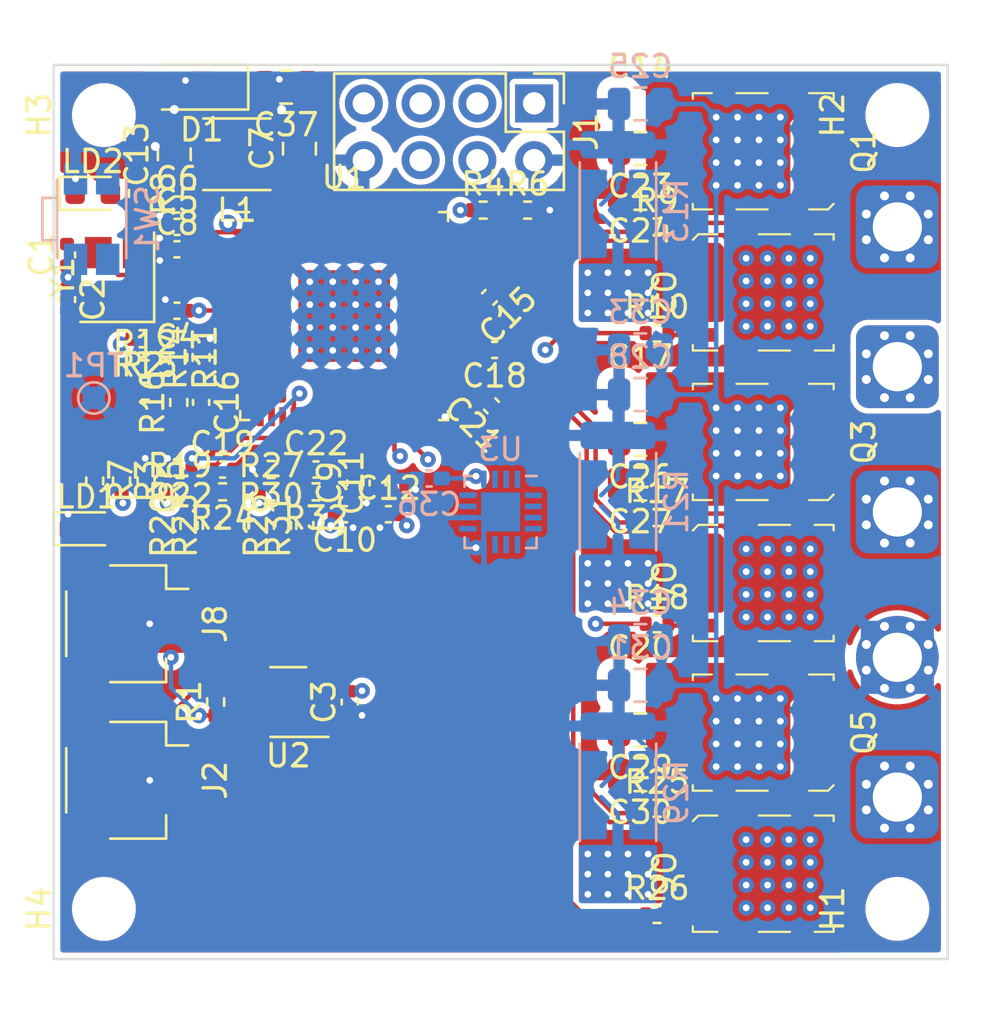
<source format=kicad_pcb>
(kicad_pcb (version 20221018) (generator pcbnew)
  (layers (0 "F.Cu" signal) (1 "In1.Cu" signal) (2 "In2.Cu" signal) (31 "B.Cu" signal) (34 "B.Paste" user) (35 "F.Paste" user) (36 "B.SilkS" user "B.Silkscreen") (37 "F.SilkS" user "F.Silkscreen") (38 "B.Mask" user) (39 "F.Mask" user) (44 "Edge.Cuts" user))
  (net 0 "")
  (net 1 "VCC")
  (net 2 "GND")
  (net 6 "VBUS")
  (net 7 "/Power Stage/OUTA")
  (net 8 "Net-(U1C-BOOT1)")
  (net 13 "/OPAMP1_VOUT")
  (net 14 "/OPAMP1_VINM")
  (net 15 "+3.3V")
  (net 16 "/Power Stage/OUTB")
  (net 19 "Net-(U1D-BOOT2)")
  (net 20 "/OPAMP2_VOUT")
  (net 22 "/OPAMP2_VINM")
  (net 23 "/Power Stage/OUTC")
  (net 24 "Net-(U1E-BOOT3)")
  (net 25 "/OPAMP3_VOUT")
  (net 26 "/OPAMP3_VINM")
  (net 27 "/OSC_IN")
  (net 29 "/OSC_OUT")
  (net 30 "/~{RESET}")
  (net 31 "Net-(D1-K)")
  (net 32 "/CANH")
  (net 35 "/CANL")
  (net 36 "/SWDIO")
  (net 37 "/USART_RX")
  (net 38 "/SWCLK")
  (net 39 "/USART_TX")
  (net 40 "/SWO")
  (net 41 "Net-(LD1-A)")
  (net 42 "Net-(LD2-A)")
  (net 43 "/Power Stage/RSA+")
  (net 46 "/Power Stage/S2A")
  (net 47 "/Power Stage/RSA-")
  (net 48 "/Power Stage/RSB+")
  (net 49 "/Power Stage/S2B")
  (net 50 "/Power Stage/RSB-")
  (net 51 "/Power Stage/RSC+")
  (net 52 "/Power Stage/S2C")
  (net 54 "/Power Stage/RSC-")
  (net 55 "Net-(Q1-G)")
  (net 56 "Net-(Q2-G)")
  (net 57 "Net-(Q3-G)")
  (net 59 "Net-(Q4-G)")
  (net 60 "Net-(Q5-G)")
  (net 61 "Net-(U1C-GHS1)")
  (net 62 "Net-(U1C-GLS1)")
  (net 63 "/OPAMP1_VINP")
  (net 64 "Net-(U1D-GHS2)")
  (net 65 "Net-(U1D-GLS2)")
  (net 66 "/OPAMP2_VINP")
  (net 67 "Net-(U1E-GHS3)")
  (net 68 "Net-(U1E-GLS3)")
  (net 69 "/OPAMP3_VINP")
  (net 70 "/SCREF")
  (net 71 "/V_{BUS}_SENSE")
  (net 72 "/USER_LED")
  (net 73 "/CAN_RX")
  (net 74 "/CAN_TX")
  (net 75 "/SPI_SCLK")
  (net 76 "/SPI_MISO")
  (net 77 "/SPI_MOSI")
  (net 78 "/SPI_~{CS}_RS")
  (net 79 "/Rotary Sensor/A")
  (net 80 "/Rotary Sensor/Z")
  (net 81 "/Rotary Sensor/B")
  (net 82 "/CAN_FAULT")
  (net 83 "Net-(Q6-G)")
  (footprint "moco:wire_2.2mm_rectagnel" (layer "F.Cu") (at 117.75 43.5)
    (fp_text reference "J3" hide)
    (fp_text value "V+" hide)
  )
  (footprint "Resistor_SMD:R_0402_1005Metric" (layer "F.Cu") (at 85.6 43.09 -90)
    (fp_text reference "R11")
    (fp_text value "24k")
  )
  (footprint "Capacitor_SMD:C_0805_2012Metric" (layer "F.Cu") (at 106.25 61.75 180)
    (fp_text reference "C30")
    (fp_text value "10uF/50V")
  )
  (footprint "moco:wire_2.2mm_rectagnel" (layer "F.Cu") (at 117.75 37.25)
    (fp_text reference "J5" hide)
    (fp_text value "A" hide)
  )
  (footprint "LED_SMD:LED_0603_1608Metric" (layer "F.Cu") (at 81.75 35.75)
    (fp_text reference "LD2")
    (fp_text value "Blue")
  )
  (footprint "Capacitor_SMD:C_0805_2012Metric" (layer "F.Cu") (at 106.25 57.75)
    (fp_text reference "C20")
    (fp_text value "220nF/50V")
  )
  (footprint "Capacitor_SMD:C_0402_1005Metric" (layer "F.Cu") (at 86.6 45.1 -90)
    (fp_text reference "C16")
    (fp_text value "100nF")
  )
  (footprint "Resistor_SMD:R_0402_1005Metric" (layer "F.Cu") (at 85.66 48.1 180)
    (fp_text reference "R22")
    (fp_text value "24k")
  )
  (footprint "MountingHole:MountingHole_2.2mm_M2_ISO14580" (layer "F.Cu") (at 82.25 67.75 90)
    (fp_text reference "H4")
    (fp_text value "MountingHole")
  )
  (footprint "moco:wire_2.2mm_rectagnel" (layer "F.Cu") (at 117.75 62.75)
    (fp_text reference "J7" hide)
    (fp_text value "C" hide)
  )
  (footprint "Resistor_SMD:R_0402_1005Metric" (layer "F.Cu") (at 90.24 50.6 90)
    (fp_text reference "R28")
    (fp_text value "1.78k")
  )
  (footprint "Capacitor_SMD:C_0805_2012Metric" (layer "F.Cu") (at 91 33.75 90)
    (fp_text reference "C7")
    (fp_text value "220nF/50V")
  )
  (footprint "Connector_PinHeader_2.54mm:PinHeader_2x04_P2.54mm_Vertical" (layer "F.Cu") (at 101.5 31.725 -90)
    (fp_text reference "J1")
    (fp_text value "Debug")
  )
  (footprint "Resistor_SMD:R_0402_1005Metric" (layer "F.Cu") (at 99.22 36.5)
    (fp_text reference "R4")
    (fp_text value "22k")
  )
  (footprint "Capacitor_SMD:C_0402_1005Metric" (layer "F.Cu") (at 94.98 50.1)
    (fp_text reference "C12")
    (fp_text value "1uF")
  )
  (footprint "Resistor_SMD:R_0402_1005Metric" (layer "F.Cu") (at 85.6 45.1 90)
    (fp_text reference "R16")
    (fp_text value "12k")
  )
  (footprint "MountingHole:MountingHole_2.2mm_M2_ISO14580" (layer "F.Cu") (at 82.25 32.25 90)
    (fp_text reference "H3")
    (fp_text value "MountingHole")
  )
  (footprint "Resistor_SMD:R_0402_1005Metric" (layer "F.Cu") (at 101.21 36.5)
    (fp_text reference "R6")
    (fp_text value "10k")
  )
  (footprint "moco:PowerDI5060-8" (layer "F.Cu") (at 111.75 53.1775 -90)
    (fp_text reference "Q4")
    (fp_text value "DMTH4007SPS")
  )
  (footprint "Capacitor_SMD:C_0402_1005Metric" (layer "F.Cu") (at 99.589411 45.25 135)
    (fp_text reference "C21")
    (fp_text value "100nF/50V")
  )
  (footprint "Capacitor_SMD:C_0402_1005Metric" (layer "F.Cu") (at 93.5 48.7 90)
    (fp_text reference "C9")
    (fp_text value "100nF")
  )
  (footprint "Resistor_SMD:R_0402_1005Metric" (layer "F.Cu") (at 89.73 49.1)
    (fp_text reference "R27")
    (fp_text value "24k")
  )
  (footprint "moco:PowerDI5060-8" (layer "F.Cu") (at 111.75 59.8675 90)
    (fp_text reference "Q5")
    (fp_text value "DMTH4007SPS")
  )
  (footprint "Capacitor_SMD:C_0805_2012Metric" (layer "F.Cu") (at 85.4 34 90)
    (fp_text reference "C13")
    (fp_text value "10uF")
  )
  (footprint "Resistor_SMD:R_0402_1005Metric" (layer "F.Cu") (at 81.84 48.61 -90)
    (fp_text reference "R7")
    (fp_text value "1k")
  )
  (footprint "Capacitor_SMD:C_0402_1005Metric" (layer "F.Cu") (at 85.52 41 180)
    (fp_text reference "C4")
    (fp_text value "100nF")
  )
  (footprint "Resistor_SMD:R_0402_1005Metric" (layer "F.Cu") (at 107 68)
    (fp_text reference "R26")
    (fp_text value "10R")
  )
  (footprint "Capacitor_SMD:C_0805_2012Metric" (layer "F.Cu") (at 106.25 48.75 180)
    (fp_text reference "C27")
    (fp_text value "10uF/50V")
  )
  (footprint "Capacitor_SMD:C_0805_2012Metric" (layer "F.Cu") (at 90.4 31 180)
    (fp_text reference "C37")
    (fp_text value "10uF/50V")
  )
  (footprint "MountingHole:MountingHole_2.2mm_M2_ISO14580" (layer "F.Cu") (at 117.75 67.75 90)
    (fp_text reference "H1")
    (fp_text value "MountingHole")
  )
  (footprint "Capacitor_SMD:C_0805_2012Metric" (layer "F.Cu") (at 106.25 46.75 180)
    (fp_text reference "C26")
    (fp_text value "10uF/50V")
  )
  (footprint "Resistor_SMD:R_0402_1005Metric" (layer "F.Cu") (at 84.1 44.6)
    (fp_text reference "R15")
    (fp_text value "1.78k")
  )
  (footprint "Capacitor_SMD:C_0402_1005Metric" (layer "F.Cu") (at 87.56 48.1)
    (fp_text reference "C19")
    (fp_text value "100nF")
  )
  (footprint "Resistor_SMD:R_0402_1005Metric" (layer "F.Cu") (at 91.24 50.6 90)
    (fp_text reference "R31")
    (fp_text value "1.78k")
  )
  (footprint "Resistor_SMD:R_0402_1005Metric" (layer "F.Cu") (at 87.06 50.6 90)
    (fp_text reference "R23")
    (fp_text value "1.78k")
  )
  (footprint "Resistor_SMD:R_0402_1005Metric" (layer "F.Cu") (at 91.74 49.1 180)
    (fp_text reference "R32")
    (fp_text value "12k")
  )
  (footprint "Resistor_SMD:R_0402_1005Metric" (layer "F.Cu") (at 107 42)
    (fp_text reference "R10")
    (fp_text value "10R")
  )
  (footprint "Resistor_SMD:R_0402_1005Metric" (layer "F.Cu") (at 83.04 48.61 -90)
    (fp_text reference "R3")
    (fp_text value "100k")
  )
  (footprint "Capacitor_SMD:C_0402_1005Metric" (layer "F.Cu") (at 85.52 38.25)
    (fp_text reference "C8")
    (fp_text value "100nF")
  )
  (footprint "Capacitor_SMD:C_0402_1005Metric" (layer "F.Cu") (at 93.02 50.1 180)
    (fp_text reference "C10")
    (fp_text value "1uF")
  )
  (footprint "Package_TO_SOT_SMD:SOT-23-8" (layer "F.Cu") (at 90.5 58.5 180)
    (fp_text reference "U2")
    (fp_text value "TCAN337")
  )
  (footprint "Resistor_SMD:R_0402_1005Metric" (layer "F.Cu") (at 86.06 50.6 90)
    (fp_text reference "R20")
    (fp_text value "1.78k")
  )
  (footprint "moco:wire_2.2mm_rectagnel" (layer "F.Cu") (at 117.75 50)
    (fp_text reference "J6" hide)
    (fp_text value "B" hide)
  )
  (footprint "Capacitor_SMD:C_0402_1005Metric" (layer "F.Cu") (at 80.6 38.5 90)
    (fp_text reference "C1")
    (fp_text value "6.8pF")
  )
  (footprint "Capacitor_SMD:C_0805_2012Metric" (layer "F.Cu") (at 106.25 59.75 180)
    (fp_text reference "C29")
    (fp_text value "10uF/50V")
  )
  (footprint "Capacitor_SMD:C_0805_2012Metric" (layer "F.Cu") (at 106.25 31.75)
    (fp_text reference "C14")
    (fp_text value "220nF/50V")
  )
  (footprint "moco:wire_2.2mm" (layer "F.Cu") (at 117.75 56.5)
    (fp_text reference "J4" hide)
    (fp_text value "V-" hide)
  )
  (footprint "Capacitor_SMD:C_0402_1005Metric" (layer "F.Cu") (at 99.5 40.4 -135)
    (fp_text reference "C15")
    (fp_text value "100nF/50V")
  )
  (footprint "moco:PowerDI5060-8" (layer "F.Cu") (at 111.75 33.8675 90)
    (fp_text reference "Q1")
    (fp_text value "DMTH4007SPS")
  )
  (footprint "Resistor_SMD:R_0402_1005Metric_Pad0.72x0.64mm_HandSolder" (layer "F.Cu") (at 87.25 58.5 90)
    (fp_text reference "R1")
    (fp_text value "120R")
  )
  (footprint "Capacitor_SMD:C_0805_2012Metric" (layer "F.Cu") (at 106.25 33.75 180)
    (fp_text reference "C23")
    (fp_text value "10uF/50V")
  )
  (footprint "Resistor_SMD:R_0402_1005Metric" (layer "F.Cu") (at 83.75 35.75 -90)
    (fp_text reference "R8")
    (fp_text value "1k")
  )
  (footprint "Resistor_SMD:R_0402_1005Metric" (layer "F.Cu") (at 107 50.25)
    (fp_text reference "R17")
    (fp_text value "10R")
  )
  (footprint "Resistor_SMD:R_0402_1005Metric" (layer "F.Cu") (at 107 37.25)
    (fp_text reference "R9")
    (fp_text value "10R")
  )
  (footprint "Resistor_SMD:R_0402_1005Metric" (layer "F.Cu") (at 84.14 48.61 -90)
    (fp_text reference "R5")
    (fp_text value "10k")
  )
  (footprint "Capacitor_SMD:C_0402_1005Metric" (layer "F.Cu") (at 94.5 48.7 90)
    (fp_text reference "C11")
    (fp_text value "100nF")
  )
  (footprint "Capacitor_SMD:C_0805_2012Metric" (layer "F.Cu") (at 106.25 35.75 180)
    (fp_text reference "C24")
    (fp_text value "10uF/50V")
  )
  (footprint "moco:PowerDI5060-8" (layer "F.Cu") (at 111.75 40.1775 -90)
    (fp_text reference "Q2")
    (fp_text value "DMTH4007SPS")
  )
  (footprint "Resistor_SMD:R_0402_1005Metric" (layer "F.Cu") (at 107 55)
    (fp_text reference "R18")
    (fp_text value "10R")
  )
  (footprint "Inductor_SMD:L_Taiyo-Yuden_MD-3030" (layer "F.Cu") (at 88.2 34 180)
    (fp_text reference "L1")
    (fp_text value "18uH")
  )
  (footprint "Crystal:Crystal_SMD_3225-4Pin_3.2x2.5mm" (layer "F.Cu") (at 82.85 39.5 90)
    (fp_text reference "Y1")
    (fp_text value "24MHz")
  )
  (footprint "Connector_JST:JST_SH_SM03B-SRSS-TB_1x03-1MP_P1.00mm_Horizontal" (layer "F.Cu") (at 83.25 55 -90)
    (fp_text reference "J8")
    (fp_text value "CAN")
  )
  (footprint "Capacitor_SMD:C_0402_1005Metric" (layer "F.Cu") (at 93.25 58.5 90)
    (fp_text reference "C3")
    (fp_text value "100nF")
  )
  (footprint "Capacitor_SMD:C_0402_1005Metric" (layer "F.Cu") (at 99.73 42.75 180)
    (fp_text reference "C18")
    (fp_text value "100nF/50V")
  )
  (footprint "Capacitor_SMD:C_0402_1005Metric" (layer "F.Cu") (at 85.52 37.25)
    (fp_text reference "C5")
    (fp_text value "100nF")
  )
  (footprint "moco:PowerDI5060-8" (layer "F.Cu") (at 111.75 66.1775 -90)
    (fp_text reference "Q6")
    (fp_text value "DMTH4007SPS")
  )
  (footprint "Capacitor_SMD:C_0402_1005Metric" (layer "F.Cu") (at 85.52 36.25)
    (fp_text reference "C6")
    (fp_text value "10uF")
  )
  (footprint "Diode_SMD:D_SOD-123F" (layer "F.Cu") (at 86.5 31 180)
    (fp_text reference "D1")
    (fp_text value "STPS0560Z")
  )
  (footprint "Capacitor_SMD:C_0402_1005Metric" (layer "F.Cu") (at 91.74 48.1)
    (fp_text reference "C22")
    (fp_text value "100nF")
  )
  (footprint "moco:VFQFPN 9X9X1.0 64 PITCH 0.5" (layer "F.Cu") (at 93 41.237501)
    (fp_text reference "U1")
    (fp_text value "STSPIN32G4")
  )
  (footprint "Connector_JST:JST_SH_SM03B-SRSS-TB_1x03-1MP_P1.00mm_Horizontal" (layer "F.Cu") (at 83.25 62 -90)
    (fp_text reference "J2")
    (fp_text value "CAN")
  )
  (footprint "Resistor_SMD:R_0402_1005Metric" (layer "F.Cu") (at 89.73 48.1 180)
    (fp_text reference "R30")
    (fp_text value "24k")
  )
  (footprint "Resistor_SMD:R_0402_1005Metric" (layer "F.Cu") (at 84 42.25 180)
    (fp_text reference "R2")
    (fp_text value "10k")
  )
  (footprint "Resistor_SMD:R_0402_1005Metric" (layer "F.Cu") (at 85.66 49.1)
    (fp_text reference "R19")
    (fp_text value "24k")
  )
  (footprint "Resistor_SMD:R_0402_1005Metric" (layer "F.Cu") (at 87.56 49.1 180)
    (fp_text reference "R24")
    (fp_text value "12k")
  )
  (footprint "Capacitor_SMD:C_0805_2012Metric" (layer "F.Cu") (at 106.25 44.75)
    (fp_text reference "C17")
    (fp_text value "220nF/50V")
  )
  (footprint "Resistor_SMD:R_0402_1005Metric" (layer "F.Cu") (at 107 63.25)
    (fp_text reference "R25")
    (fp_text value "10R")
  )
  (footprint "moco:PowerDI5060-8" (layer "F.Cu") (at 111.75 46.8675 90)
    (fp_text reference "Q3")
    (fp_text value "DMTH4007SPS")
  )
  (footprint "Resistor_SMD:R_0402_1005Metric" (layer "F.Cu") (at 84.1 43.6)
    (fp_text reference "R12")
    (fp_text value "1.78k")
  )
  (footprint "Capacitor_SMD:C_0402_1005Metric" (layer "F.Cu") (at 80.6 40.5 -90)
    (fp_text reference "C2")
    (fp_text value "6.8pF")
  )
  (footprint "MountingHole:MountingHole_2.2mm_M2_ISO14580" (layer "F.Cu") (at 117.75 32.25 90)
    (fp_text reference "H2")
    (fp_text value "MountingHole")
  )
  (footprint "Resistor_SMD:R_0402_1005Metric" (layer "F.Cu") (at 86.6 43.09 90)
    (fp_text reference "R14")
    (fp_text value "24k")
  )
  (footprint "LED_SMD:LED_0603_1608Metric" (layer "F.Cu") (at 81.5 50.75)
    (fp_text reference "LD1")
    (fp_text value "Red")
  )
  (footprint "Capacitor_SMD:C_0805_2012Metric" (layer "B.Cu") (at 106.25 44.75 180)
    (fp_text reference "C28")
    (fp_text value "10uF/50V")
  )
  (footprint "Package_DFN_QFN:QFN-16-1EP_3x3mm_P0.5mm_EP1.75x1.75mm" (layer "B.Cu") (at 100 50 180)
    (fp_text reference "U3")
    (fp_text value "MA702")
  )
  (footprint "NetTie:NetTie-2_SMD_Pad0.5mm" (layer "B.Cu") (at 105.25 64.5375 -90)
    (fp_text reference "NT5" hide)
    (fp_text value "NetTie_2" hide)
  )
  (footprint "Button_Switch_SMD:SW_SPST_EVQP7C" (layer "B.Cu") (at 81.7 36.9 90)
    (fp_text reference "SW1")
    (fp_text value "RESET")
  )
  (footprint "NetTie:NetTie-2_SMD_Pad0.5mm" (layer "B.Cu") (at 105.25 47.4 90)
    (fp_text reference "NT4" hide)
    (fp_text value "NetTie_2" hide)
  )
  (footprint "Capacitor_SMD:C_0805_2012Metric" (layer "B.Cu") (at 106.25 57.75 180)
    (fp_text reference "C31")
    (fp_text value "10uF/50V")
  )
  (footprint "Capacitor_SMD:C_0805_2012Metric" (layer "B.Cu") (at 106.25 55.75 180)
    (fp_text reference "C34")
    (fp_text value "10uF/50V")
  )
  (footprint "Capacitor_SMD:C_0805_2012Metric" (layer "B.Cu") (at 106.25 31.75 180)
    (fp_text reference "C25")
    (fp_text value "10uF/50V")
  )
  (footprint "NetTie:NetTie-2_SMD_Pad0.5mm" (layer "B.Cu") (at 105.25 60.5375 90)
    (fp_text reference "NT6" hide)
    (fp_text value "NetTie_2" hide)
  )
  (footprint "Capacitor_SMD:C_0805_2012Metric" (layer "B.Cu") (at 106.25 42.75 180)
    (fp_text reference "C33")
    (fp_text value "10uF/50V")
  )
  (footprint "Capacitor_SMD:C_0402_1005Metric_Pad0.74x0.62mm_HandSolder" (layer "B.Cu") (at 96.8 48.5)
    (fp_text reference "C36")
    (fp_text value "1uF")
  )
  (footprint "NetTie:NetTie-2_SMD_Pad0.5mm" (layer "B.Cu") (at 105.25 51.65 -90)
    (fp_text reference "NT3" hide)
    (fp_text value "NetTie_2" hide)
  )
  (footprint "Resistor_SMD:R_2512_6332Metric" (layer "B.Cu") (at 105.25 36.5375 90)
    (fp_text reference "R13")
    (fp_text value "20mΩ/3W")
  )
  (footprint "Resistor_SMD:R_2512_6332Metric" (layer "B.Cu") (at 105.25 62.5375 90)
    (fp_text reference "R29")
    (fp_text value "20mΩ/3W")
  )
  (footprint "Resistor_SMD:R_2512_6332Metric" (layer "B.Cu") (at 105.25 49.5375 90)
    (fp_text reference "R21")
    (fp_text value "20mΩ/3W")
  )
  (footprint "NetTie:NetTie-2_SMD_Pad0.5mm" (layer "B.Cu") (at 105.25 38.5375 -90)
    (fp_text reference "NT1" hide)
    (fp_text value "NetTie_2" hide)
  )
  (footprint "TestPoint:TestPoint_Pad_D1.0mm" (layer "B.Cu") (at 81.8 44.9 180)
    (fp_text reference "TP1")
    (fp_text value "GND")
  )
  (footprint "NetTie:NetTie-2_SMD_Pad0.5mm" (layer "B.Cu") (at 105.25 34.5 90)
    (fp_text reference "NT2" hide)
    (fp_text value "NetTie_2" hide)
  )
  (gr_rect locked (start 80 30) (end 120 70) (stroke (width 0.1)) (fill none) (layer "Edge.Cuts"))
  (segment (start 87.1 34.587501) (end 87.1 34) (width 0.2) (layer "F.Cu") (net 1))
  (segment (start 87.1 34) (end 86.15 34.95) (width 0.2) (layer "F.Cu") (net 1))
  (segment (start 89.25 36.737501) (end 87.1 34.587501) (width 0.2) (layer "F.Cu") (net 1))
  (segment (start 89.25 36.737501) (end 89.75 36.737501) (width 0.2) (layer "F.Cu") (net 1))
  (segment (start 83.75 35.24) (end 85.11 35.24) (width 0.2) (layer "F.Cu") (net 1))
  (segment (start 85.11 35.24) (end 85.4 34.95) (width 0.2) (layer "F.Cu") (net 1))
  (segment (start 86.15 34.95) (end 85.4 34.95) (width 0.2) (layer "F.Cu") (net 1))
  (segment (start 80.7125 50.163) (end 80.6495 50.1) (width 0.2) (layer "F.Cu") (net 2))
  (segment (start 89.45 31.25) (end 89.45 31) (width 0.2) (layer "F.Cu") (net 2))
  (segment (start 84.1 47.6) (end 84.14 47.64) (width 0.2) (layer "F.Cu") (net 2))
  (segment (start 91.6375 58.825) (end 93.095 58.825) (width 0.2) (layer "F.Cu") (net 2))
  (segment (start 80.7125 50.75) (end 80.7125 50.163) (width 0.2) (layer "F.Cu") (net 2))
  (segment (start 93.92 49.6) (end 93.5 49.18) (width 0.2) (layer "F.Cu") (net 2))
  (segment (start 91 32.8) (end 90.2 32) (width 0.2) (layer "F.Cu") (net 2))
  (segment (start 85.15 33.05) (end 85.4 33.05) (width 0.2) (layer "F.Cu") (net 2))
  (segment (start 89.7495 31) (end 90.1 30.6495) (width 0.2) (layer "F.Cu") (net 2))
  (segment (start 85.4 33.05) (end 85.4 31) (width 0.2) (layer "F.Cu") (net 2))
  (segment (start 81.42 40.02) (end 82 40.6) (width 0.2) (layer "F.Cu") (net 2))
  (segment (start 80.6 38.98) (end 80.6 39.4505) (width 0.2) (layer "F.Cu") (net 2))
  (segment (start 80.6 40.02) (end 81.42 40.02) (width 0.2) (layer "F.Cu") (net 2))
  (segment (start 93.68 58.98) (end 93.8 59.1) (width 0.2) (layer "F.Cu") (net 2))
  (segment (start 93.25 58.98) (end 93.68 58.98) (width 0.2) (layer "F.Cu") (net 2))
  (segment (start 85.6 31) (end 85.9 30.7) (width 0.2) (layer "F.Cu") (net 2))
  (segment (start 85.1 31) (end 85.6 31) (width 0.2) (layer "F.Cu") (net 2))
  (segment (start 93.5 50.6) (end 93.4 50.7) (width 0.2) (layer "F.Cu") (net 2))
  (segment (start 105.3 57.75) (end 105.3 61.75) (width 0.2) (layer "F.Cu") (net 2))
  (segment (start 85.04 36.25) (end 85.04 38.25) (width 0.2) (layer "F.Cu") (net 2))
  (segment (start 96.75 44.950002) (end 94.574998 42.775) (width 0.2) (layer "F.Cu") (net 2))
  (segment (start 94.5 49.18) (end 94.42 49.18) (width 0.2) (layer "F.Cu") (net 2))
  (segment (start 101.72 36.5) (end 102.2 36.5) (width 0.2) (layer "F.Cu") (net 2))
  (segment (start 85.15 48.1) (end 85.15 47.65) (width 0.2) (layer "F.Cu") (net 2))
  (segment (start 80.9625 35.75) (end 80.9625 35.1175) (width 0.2) (layer "F.Cu") (net 2))
  (segment (start 105.3 44.75) (end 105.3 48.75) (width 0.2) (layer "F.Cu") (net 2))
  (segment (start 85.15 47.65) (end 85.1 47.6) (width 0.2) (layer "F.Cu") (net 2))
  (segment (start 85.1 47.6) (end 85.1 48.1) (width 0.2) (layer "F.Cu") (net 2))
  (segment (start 97.5 45.737501) (end 96.75 45.737501) (width 0.2) (layer "F.Cu") (net 2))
  (segment (start 93.095 58.825) (end 93.25 58.98) (width 0.2) (layer "F.Cu") (net 2))
  (segment (start 94.42 49.18) (end 94 49.6) (width 0.2) (layer "F.Cu") (net 2))
  (segment (start 89.45 31) (end 89.7495 31) (width 0.2) (layer "F.Cu") (net 2))
  (segment (start 85.04 38.46) (end 85.04 38.25) (width 0.2) (layer "F.Cu") (net 2))
  (segment (start 84.75 38.75) (end 85.04 38.46) (width 0.2) (layer "F.Cu") (net 2))
  (segment (start 84.75 36.75) (end 84.75 36.96) (width 0.2) (layer "F.Cu") (net 2))
  (segment (start 94.5 50.6) (end 94.6 50.7) (width 0.2) (layer "F.Cu") (net 2))
  (segment (start 94.5 50.1) (end 94.5 50.6) (width 0.2) (layer "F.Cu") (net 2))
  (segment (start 93.5 50.1) (end 93.5 50.6) (width 0.2) (layer "F.Cu") (net 2))
  (segment (start 84.75 36.96) (end 85.04 37.25) (width 0.2) (layer "F.Cu") (net 2))
  (segment (start 94.5 49.18) (end 94.5 50.1) (width 0.2) (layer "F.Cu") (net 2))
  (segment (start 85.25 62) (end 84.3 62) (width 0.2) (layer "F.Cu") (net 2))
  (segment (start 84.14 47.64) (end 84.14 48.1) (width 0.2) (layer "F.Cu") (net 2))
  (segment (start 80.6 39.4505) (end 80.6495 39.5) (width 0.2) (layer "F.Cu") (net 2))
  (segment (start 96.75 45.737501) (end 96.75 44.950002) (width 0.2) (layer "F.Cu") (net 2))
  (segment (start 94 49.6) (end 93.92 49.6) (width 0.2) (layer "F.Cu") (net 2))
  (segment (start 85.04 38.25) (end 83.85 38.25) (width 0.2) (layer "F.Cu") (net 2))
  (segment (start 83.85 38.25) (end 83.7 38.4) (width 0.2) (layer "F.Cu") (net 2))
  (segment (start 87 42.25) (end 86.93 42.25) (width 0.2) (layer "F.Cu") (net 2))
  (segment (start 85 40.5) (end 85.04 40.54) (width 0.2) (layer "F.Cu") (net 2))
  (segment (start 84.55 33.65) (end 85.15 33.05) (width 0.2) (layer "F.Cu") (net 2))
  (segment (start 84.75 37.75) (end 84.75 37.54) (width 0.2) (layer "F.Cu") (net 2))
  (segment (start 84.75 37.54) (end 85.04 37.25) (width 0.2) (layer "F.Cu") (net 2))
  (segment (start 80.6 38.98) (end 80.6 40.02) (width 0.2) (layer "F.Cu") (net 2))
  (segment (start 105.3 31.75) (end 105.3 35.75) (width 0.2) (layer "F.Cu") (net 2))
  (segment (start 85.25 55) (end 84.3 55) (width 0.2) (layer "F.Cu") (net 2))
  (segment (start 85.04 40.54) (end 85.04 41) (width 0.2) (layer "F.Cu") (net 2))
  (segment (start 80.9625 35.1175) (end 80.98 35.1) (width 0.2) (layer "F.Cu") (net 2))
  (segment (start 93.5 49.18) (end 93.5 50.1) (width 0.2) (layer "F.Cu") (net 2))
  (segment (start 90.2 32) (end 89.45 31.25) (width 0.2) (layer "F.Cu") (net 2))
  (segment (start 86.93 42.25) (end 86.6 42.58) (width 0.2) (layer "F.Cu") (net 2))
  (via (at 93.8 59.1) (size 0.7) (drill 0.3) (layers "F.Cu" "B.Cu") (net 2))
  (via (at 90.1 30.6495) (size 0.7) (drill 0.3) (layers "F.Cu" "B.Cu") (net 2))
  (via (at 84.3 55) (size 0.7) (drill 0.3) (layers "F.Cu" "B.Cu") (net 2))
  (via (at 84.55 33.65) (size 0.8) (drill 0.4) (layers "F.Cu" "B.Cu") (net 2))
  (via (at 85.4 32) (size 0.8) (drill 0.4) (layers "F.Cu" "B.Cu") (net 2))
  (via (at 84.75 37.75) (size 0.7) (drill 0.3) (layers "F.Cu" "B.Cu") (net 2))
  (via (at 85.1 47.6) (size 0.7) (drill 0.3) (layers "F.Cu" "B.Cu") (net 2))
  (via (at 85 40.5) (size 0.7) (drill 0.3) (layers "F.Cu" "B.Cu") (net 2))
  (via (at 102.2 36.5) (size 0.7) (drill 0.3) (layers "F.Cu" "B.Cu") (net 2))
  (via (at 80.6495 50.1) (size 0.7) (drill 0.3) (layers "F.Cu" "B.Cu") (net 2))
  (via (at 88.9 48.1) (size 0.7) (drill 0.3) (layers "F.Cu" "B.Cu") (net 2))
  (via (at 93.4 50.7) (size 0.7) (drill 0.3) (layers "F.Cu" "B.Cu") (net 2))
  (via (at 97.5 45.737501) (size 0.7) (drill 0.3) (layers "F.Cu" "B.Cu") (net 2))
  (via (at 90.2 32) (size 0.8) (drill 0.4) (layers "F.Cu" "B.Cu") (net 2))
  (via (at 98.9 51.6) (size 0.7) (drill 0.3) (layers "F.Cu" "B.Cu") (net 2))
  (via (at 96.2 49) (size 0.7) (drill 0.3) (layers "F.Cu" "B.Cu") (net 2))
  (via (at 94.6 50.7) (size 0.7) (drill 0.3) (layers "F.Cu" "B.Cu") (net 2))
  (via (at 84.3 62) (size 0.7) (drill 0.3) (layers "F.Cu" "B.Cu") (net 2))
  (via (at 80.98 35.1) (size 0.7) (drill 0.3) (layers "F.Cu" "B.Cu") (net 2))
  (via (at 94 49.6) (size 0.7) (drill 0.3) (layers "F.Cu" "B.Cu") (net 2))
  (via (at 87 42.25) (size 0.7) (drill 0.3) (layers "F.Cu" "B.Cu") (net 2))
  (via (at 84.1 47.6) (size 0.7) (drill 0.3) (layers "F.Cu" "B.Cu") (net 2))
  (via (at 85.9 30.7) (size 0.7) (drill 0.3) (layers "F.Cu" "B.Cu") (net 2))
  (via (at 84.75 38.75) (size 0.7) (drill 0.3) (layers "F.Cu" "B.Cu") (net 2))
  (via (at 80.6495 39.5) (size 0.7) (drill 0.3) (layers "F.Cu" "B.Cu") (net 2))
  (via (at 84.75 36.75) (size 0.7) (drill 0.3) (layers "F.Cu" "B.Cu") (net 2))
  (segment (start 112.75 63.5) (end 109.5 63.5) (width 0.2) (layer "B.Cu") (net 2))
  (segment (start 105.3 42.75) (end 105.3 44.75) (width 0.2) (layer "B.Cu") (net 2))
  (segment (start 114.5 61.75) (end 112.75 63.5) (width 0.2) (layer "B.Cu") (net 2))
  (segment (start 105.3 44.75) (end 105.3 46.525) (width 0.2) (layer "B.Cu") (net 2))
  (segment (start 96.2325 48.5) (end 96.2325 48.9675) (width 0.2) (layer "B.Cu") (net 2))
  (segment (start 109.5 63.5) (end 105.575 59.575) (width 0.2) (layer "B.Cu") (net 2))
  (segment (start 105.3 55.75) (end 105.3 57.75) (width 0.2) (layer "B.Cu") (net 2))
  (segment (start 105.3 46.525) (end 105.25 46.575) (width 0.2) (layer "B.Cu") (net 2))
  (segment (start 100 50) (end 99.75 50.25) (width 0.2) (layer "B.Cu") (net 2))
  (segment (start 96.2325 48.9675) (end 96.2 49) (width 0.2) (layer "B.Cu") (net 2))
  (segment (start 114.5 59.75) (end 114.5 61.75) (width 0.2) (layer "B.Cu") (net 2))
  (segment (start 105.3 59.525) (end 105.25 59.575) (width 0.2) (layer "B.Cu") (net 2))
  (segment (start 105.3 33.525) (end 105.25 33.575) (width 0.2) (layer "B.Cu") (net 2))
  (segment (start 105.3 57.75) (end 105.3 59.525) (width 0.2) (layer "B.Cu") (net 2))
  (segment (start 105.3 31.75) (end 105.3 33.525) (width 0.2) (layer "B.Cu") (net 2))
  (segment (start 99.25 50.75) (end 100 50) (width 0.2) (layer "B.Cu") (net 2))
  (segment (start 117.75 56.5) (end 114.5 59.75) (width 0.2) (layer "B.Cu") (net 2))
  (segment (start 105.575 59.575) (end 105.25 59.575) (width 0.2) (layer "B.Cu") (net 2))
  (segment (start 99.25 51.4625) (end 99.25 50.75) (width 0.2) (layer "B.Cu") (net 2))
  (segment (start 99.75 50.25) (end 98.5375 50.25) (width 0.2) (layer "B.Cu") (net 2))
  (segment (start 99.0375 51.4625) (end 99.25 51.4625) (width 0.2) (layer "B.Cu") (net 2))
  (segment (start 98.9 51.6) (end 99.0375 51.4625) (width 0.2) (layer "B.Cu") (net 2))
  (segment (start 90.75 36.737501) (end 90.75 34.95) (width 0.2) (layer "F.Cu") (net 6))
  (segment (start 108.7425 44.75) (end 108.955 44.9625) (width 0.2) (layer "F.Cu") (net 6))
  (segment (start 107.2 57.75) (end 107.2 61.75) (width 0.2) (layer "F.Cu") (net 6))
  (segment (start 107.2 31.75) (end 107.2 35.75) (width 0.2) (layer "F.Cu") (net 6))
  (segment (start 83.04 49.54) (end 83.1 49.6) (width 0.2) (layer "F.Cu") (net 6))
  (segment (start 105.85 30.4) (end 107.2 31.75) (width 0.2) (layer "F.Cu") (net 6))
  (segment (start 92.025 33.675) (end 91 34.7) (width 0.2) (layer "F.Cu") (net 6))
  (segment (start 91.95 30.4) (end 105.85 30.4) (width 0.2) (layer "F.Cu") (net 6))
  (segment (start 107.2 31.75) (end 108.7425 31.75) (width 0.2) (layer "F.Cu") (net 6))
  (segment (start 107.2 44.75) (end 107.2 48.75) (width 0.2) (layer "F.Cu") (net 6))
  (segment (start 90.75 34.95) (end 91 34.7) (width 0.2) (layer "F.Cu") (net 6))
  (segment (start 108.7425 57.75) (end 108.955 57.9625) (width 0.2) (layer "F.Cu") (net 6))
  (segment (start 83.04 49.12) (end 83.04 49.54) (width 0.2) (layer "F.Cu") (net 6))
  (segment (start 107.2 57.75) (end 108.7425 57.75) (width 0.2) (layer "F.Cu") (net 6))
  (segment (start 107.2 44.75) (end 108.7425 44.75) (width 0.2) (layer "F.Cu") (net 6))
  (segment (start 108.7425 31.75) (end 108.955 31.9625) (width 0.2) (layer "F.Cu") (net 6))
  (segment (start 91.35 31) (end 92.025 31.675) (width 0.2) (layer "F.Cu") (net 6))
  (segment (start 91.35 31) (end 91.95 30.4) (width 0.2) (layer "F.Cu") (net 6))
  (segment (start 92.025 31.675) (end 92.025 33.675) (width 0.2) (layer "F.Cu") (net 6))
  (via (at 83.1 49.6) (size 0.7) (drill 0.3) (layers "F.Cu" "B.Cu") (net 6))
  (segment (start 109.6448 48.3915) (end 109.6448 58.3435) (width 0.2) (layer "B.Cu") (net 6))
  (segment (start 109.6448 58.3435) (end 109.0513 57.75) (width 0.2) (layer "B.Cu") (net 6))
  (segment (start 109.6448 32.3435) (end 109.0513 31.75) (width 0.2) (layer "B.Cu") (net 6))
  (segment (start 109.0513 57.75) (end 107.2 57.75) (width 0.2) (layer "B.Cu") (net 6))
  (segment (start 109.0513 31.75) (end 107.2 31.75) (width 0.2) (layer "B.Cu") (net 6))
  (segment (start 109.6448 35.3915) (end 109.6448 45.3435) (width 0.2) (layer "B.Cu") (net 6))
  (segment (start 109.0513 44.75) (end 107.2 44.75) (width 0.2) (layer "B.Cu") (net 6))
  (segment (start 109.6448 45.3435) (end 109.0513 44.75) (width 0.2) (layer "B.Cu") (net 6))
  (segment (start 114.42 38.1475) (end 114.545 38.2725) (width 0.2) (layer "F.Cu") (net 7))
  (segment (start 102.03 37.87) (end 107.825183 37.87) (width 0.2) (layer "F.Cu") (net 7))
  (segment (start 109.946683 37.615183) (end 110.985 38.6535) (width 0.2) (layer "F.Cu") (net 7))
  (segment (start 114.42 33.2325) (end 114.42 35.7725) (width 0.2) (layer "F.Cu") (net 7))
  (segment (start 114.42 35.7725) (end 114.42 38.1475) (width 0.2) (layer "F.Cu") (net 7))
  (segment (start 108.08 37.615183) (end 109.946683 37.615183) (width 0.2) (layer "F.Cu") (net 7))
  (segment (start 116.2725 35.7725) (end 117.75 37.25) (width 0.2) (layer "F.Cu") (net 7))
  (segment (start 107.825183 37.87) (end 108.08 37.615183) (width 0.2) (layer "F.Cu") (net 7))
  (segment (start 99.839411 40.060589) (end 102.03 37.87) (width 0.2) (layer "F.Cu") (net 7))
  (segment (start 98.512499 40.487501) (end 98.939411 40.060589) (width 0.2) (layer "F.Cu") (net 7))
  (segment (start 98.939411 40.060589) (end 99.839411 40.060589) (width 0.2) (layer "F.Cu") (net 7))
  (segment (start 97.5 40.487501) (end 98.512499 40.487501) (width 0.2) (layer "F.Cu") (net 7))
  (segment (start 114.42 35.7725) (end 116.2725 35.7725) (width 0.2) (layer "F.Cu") (net 7))
  (segment (start 97.5 40.987501) (end 98.912499 40.987501) (width 0.2) (layer "F.Cu") (net 8))
  (segment (start 98.912499 40.987501) (end 99.160589 40.739411) (width 0.2) (layer "F.Cu") (net 8))
  (segment (start 86.6 44.62) (end 85.63 44.62) (width 0.2) (layer "F.Cu") (net 13))
  (segment (start 85.63 44.62) (end 85.6 44.59) (width 0.2) (layer "F.Cu") (net 13))
  (segment (start 86.732499 44.487501) (end 86.6 44.62) (width 0.2) (layer "F.Cu") (net 13))
  (segment (start 88.5 44.487501) (end 86.732499 44.487501) (width 0.2) (layer "F.Cu") (net 13))
  (segment (start 87.192499 44.987501) (end 88.5 44.987501) (width 0.2) (layer "F.Cu") (net 14))
  (segment (start 85.63 45.58) (end 85.6 45.61) (width 0.2) (layer "F.Cu") (net 14))
  (segment (start 85.6 45.59) (end 84.61 44.6) (width 0.2) (layer "F.Cu") (net 14))
  (segment (start 86.6 45.58) (end 85.63 45.58) (width 0.2) (layer "F.Cu") (net 14))
  (segment (start 86.6 45.58) (end 87.192499 44.987501) (width 0.2) (layer "F.Cu") (net 14))
  (segment (start 85.6 45.61) (end 85.6 45.59) (width 0.2) (layer "F.Cu") (net 14))
  (segment (start 93.5 48.22) (end 92.89 48.83) (width 0.2) (layer "F.Cu") (net 15))
  (segment (start 92.54 50.1) (end 92.54 50.46) (width 0.2) (layer "F.Cu") (net 15))
  (segment (start 93.25 58.02) (end 93.78 58.02) (width 0.2) (layer "F.Cu") (net 15))
  (segment (start 83.49 42.25) (end 83.25 42.25) (width 0.2) (layer "F.Cu") (net 15))
  (segment (start 89.22 49.58) (end 89.2 49.6) (width 0.2) (layer "F.Cu") (net 15))
  (segment (start 86.262499 37.987501) (end 88.5 37.987501) (width 0.2) (layer "F.Cu") (net 15))
  (segment (start 88.5 37.487501) (end 86.237501 37.487501) (width 0.2) (layer "F.Cu") (net 15))
  (segment (start 87.8 37.1) (end 88.187501 37.487501) (width 0.2) (layer "F.Cu") (net 15))
  (segment (start 89.22 49.1) (end 89.22 49.58) (width 0.2) (layer "F.Cu") (net 15))
  (segment (start 95.46 50.1) (end 95.46 50.26) (width 0.2) (layer "F.Cu") (net 15))
  (segment (start 95.46 50.26) (end 95.8 50.6) (width 0.2) (layer "F.Cu") (net 15))
  (segment (start 94.5 48.22) (end 95.11 48.83) (width 0.2) (layer "F.Cu") (net 15))
  (segment (start 83.25 42.25) (end 83 42.5) (width 0.2) (layer "F.Cu") (net 15))
  (segment (start 92.89 48.83) (end 92.89 49.75) (width 0.2) (layer "F.Cu") (net 15))
  (segment (start 95.11 49.75) (end 95.46 50.1) (width 0.2) (layer "F.Cu") (net 15))
  (segment (start 88.187501 37.487501) (end 88.5 37.487501) (width 0.2) (layer "F.Cu") (net 15))
  (segment (start 85.15 49.1) (end 85.15 49.55) (width 0.2) (layer "F.Cu") (net 15))
  (segment (start 94.25 45.737501) (end 94.25 47.97) (width 0.2) (layer "F.Cu") (net 15))
  (segment (start 86 38.25) (end 86.262499 37.987501) (width 0.2) (layer "F.Cu") (net 15))
  (segment (start 95.11 48.83) (end 95.11 49.75) (width 0.2) (layer "F.Cu") (net 15))
  (segment (start 86.237501 37.487501) (end 86 37.25) (width 0.2) (layer "F.Cu") (net 15))
  (segment (start 93.78 58.02) (end 93.8 58) (width 0.2) (layer "F.Cu") (net 15))
  (segment (start 93.095 58.175) (end 93.25 58.02) (width 0.2) (layer "F.Cu") (net 15))
  (segment (start 93.75 45.737501) (end 93.75 47.97) (width 0.2) (layer "F.Cu") (net 15))
  (segment (start 91.6375 58.175) (end 93.095 58.175) (width 0.2) (layer "F.Cu") (net 15))
  (segment (start 92.54 50.46) (end 92.4 50.6) (width 0.2) (layer "F.Cu") (net 15))
  (segment (start 93.75 47.97) (end 93.5 48.22) (width 0.2) (layer "F.Cu") (net 15))
  (segment (start 85.15 49.55) (end 85.1 49.6) (width 0.2) (layer "F.Cu") (net 15))
  (segment (start 85.6 42.58) (end 85.31 42.87) (width 0.2) (layer "F.Cu") (net 15))
  (segment (start 84.11 42.87) (end 83.49 42.25) (width 0.2) (layer "F.Cu") (net 15))
  (segment (start 86 36.25) (end 86 37.25) (width 0.2) (layer "F.Cu") (net 15))
  (segment (start 98.71 36.5) (end 98.2 36.5) (width 0.2) (layer "F.Cu") (net 15))
  (segment (start 92.89 49.75) (end 92.54 50.1) (width 0.2) (layer "F.Cu") (net 15))
  (segment (start 94.25 47.97) (end 94.5 48.22) (width 0.2) (layer "F.Cu") (net 15))
  (segment (start 85.31 42.87) (end 84.11 42.87) (width 0.2) (layer "F.Cu") (net 15))
  (segment (start 94.25 45.737501) (end 93.75 45.737501) (width 0.2) (layer "F.Cu") (net 15))
  (via (at 83 42.5) (size 0.7) (drill 0.3) (layers "F.Cu" "B.Cu") (net 15))
  (via (at 95.8 50.6) (size 0.7) (drill 0.3) (layers "F.Cu" "B.Cu") (net 15))
  (via (at 93.8 58) (size 0.7) (drill 0.3) (layers "F.Cu" "B.Cu") (net 15))
  (via (at 98.9 48.4) (size 0.7) (drill 0.3) (layers "F.Cu" "B.Cu") (net 15))
  (via (at 89.2 49.6) (size 0.7) (drill 0.3) (layers "F.Cu" "B.Cu") (net 15))
  (via (at 92.4 50.6) (size 0.7) (drill 0.3) (layers "F.Cu" "B.Cu") (net 15))
  (via (at 87.8 37.1) (size 0.8) (drill 0.4) (layers "F.Cu" "B.Cu") (net 15))
  (via (at 85.1 49.6) (size 0.7) (drill 0.3) (layers "F.Cu" "B.Cu") (net 15))
  (via (at 98.2 36.5) (size 0.7) (drill 0.3) (layers "F.Cu" "B.Cu") (net 15))
  (segment (start 98.9 48.4) (end 99.1125 48.4) (width 0.2) (layer "B.Cu") (net 15))
  (segment (start 99.1125 48.4) (end 99.25 48.5375) (width 0.2) (layer "B.Cu") (net 15))
  (segment (start 99.2125 48.5) (end 99.25 48.5375) (width 0.2) (layer "B.Cu") (net 15))
  (segment (start 97.3675 48.5) (end 99.2125 48.5) (width 0.2) (layer "B.Cu") (net 15))
  (segment (start 114.42 48.7725) (end 116.5225 48.7725) (width 0.2) (layer "F.Cu") (net 16))
  (segment (start 103.85 49.599999) (end 103.85 46.39) (width 0.2) (layer "F.Cu") (net 16))
  (segment (start 103.85 46.39) (end 100.21 42.75) (width 0.2) (layer "F.Cu") (net 16))
  (segment (start 107.825183 50.87) (end 105.120001 50.87) (width 0.2) (layer "F.Cu") (net 16))
  (segment (start 109.946683 50.615183) (end 108.08 50.615183) (width 0.2) (layer "F.Cu") (net 16))
  (segment (start 99.447501 41.987501) (end 97.5 41.987501) (width 0.2) (layer "F.Cu") (net 16))
  (segment (start 108.08 50.615183) (end 107.825183 50.87) (width 0.2) (layer "F.Cu") (net 16))
  (segment (start 100.21 42.75) (end 99.447501 41.987501) (width 0.2) (layer "F.Cu") (net 16))
  (segment (start 116.5225 48.7725) (end 117.75 50) (width 0.2) (layer "F.Cu") (net 16))
  (segment (start 110.985 51.6535) (end 109.946683 50.615183) (width 0.2) (layer "F.Cu") (net 16))
  (segment (start 114.42 46.2325) (end 114.42 48.7725) (width 0.2) (layer "F.Cu") (net 16))
  (segment (start 105.120001 50.87) (end 103.85 49.599999) (width 0.2) (layer "F.Cu") (net 16))
  (segment (start 114.42 51.1475) (end 114.545 51.2725) (width 0.2) (layer "F.Cu") (net 16))
  (segment (start 114.42 48.7725) (end 114.42 51.1475) (width 0.2) (layer "F.Cu") (net 16))
  (segment (start 99.25 42.75) (end 98.987501 42.487501) (width 0.2) (layer "F.Cu") (net 19))
  (segment (start 98.987501 42.487501) (end 97.5 42.487501) (width 0.2) (layer "F.Cu") (net 19))
  (segment (start 90.25 46.45) (end 90.01 46.69) (width 0.2) (layer "F.Cu") (net 20))
  (segment (start 90.01 46.69) (end 88.49 46.69) (width 0.2) (layer "F.Cu") (net 20))
  (segment (start 90.25 45.737501) (end 90.25 46.45) (width 0.2) (layer "F.Cu") (net 20))
  (segment (start 87.08 48.1) (end 87.08 49.07) (width 0.2) (layer "F.Cu") (net 20))
  (segment (start 88.49 46.69) (end 87.08 48.1) (width 0.2) (layer "F.Cu") (net 20))
  (segment (start 87.08 49.07) (end 87.05 49.1) (width 0.2) (layer "F.Cu") (net 20))
  (segment (start 88.04 49.07) (end 88.07 49.1) (width 0.2) (layer "F.Cu") (net 22))
  (segment (start 88.05 49.1) (end 87.06 50.09) (width 0.2) (layer "F.Cu") (net 22))
  (segment (start 88.04 48.1) (end 88.04 49.07) (width 0.2) (layer "F.Cu") (net 22))
  (segment (start 88.04 48.1) (end 88.04 48.040761) (width 0.2) (layer "F.Cu") (net 22))
  (segment (start 88.07 49.1) (end 88.05 49.1) (width 0.2) (layer "F.Cu") (net 22))
  (segment (start 91.072501 47.09) (end 91.75 46.412501) (width 0.2) (layer "F.Cu") (net 22))
  (segment (start 88.990761 47.09) (end 91.072501 47.09) (width 0.2) (layer "F.Cu") (net 22))
  (segment (start 88.04 48.040761) (end 88.990761 47.09) (width 0.2) (layer "F.Cu") (net 22))
  (segment (start 91.75 46.412501) (end 91.75 45.737501) (width 0.2) (layer "F.Cu") (net 22))
  (segment (start 97.5 43.487501) (end 98.423202 43.487501) (width 0.2) (layer "F.Cu") (net 23))
  (segment (start 114.42 61.7725) (end 116.7725 61.7725) (width 0.2) (layer "F.Cu") (net 23))
  (segment (start 102.85 61.85) (end 104.87 63.87) (width 0.2) (layer "F.Cu") (net 23))
  (segment (start 114.42 64.1475) (end 114.545 64.2725) (width 0.2) (layer "F.Cu") (net 23))
  (segment (start 108.027683 63.6675) (end 109.999 63.6675) (width 0.2) (layer "F.Cu") (net 23))
  (segment (start 114.42 61.7725) (end 114.42 64.1475) (width 0.2) (layer "F.Cu") (net 23))
  (segment (start 107.825183 63.87) (end 108.027683 63.6675) (width 0.2) (layer "F.Cu") (net 23))
  (segment (start 99.501386 44.251386) (end 99.928822 44.678822) (width 0.2) (layer "F.Cu") (net 23))
  (segment (start 102.85 48.510589) (end 102.85 61.85) (width 0.2) (layer "F.Cu") (net 23))
  (segment (start 109.999 63.6675) (end 110.985 64.6535) (width 0.2) (layer "F.Cu") (net 23))
  (segment (start 99.928822 45.589411) (end 102.85 48.510589) (width 0.2) (layer "F.Cu") (net 23))
  (segment (start 114.42 59.2325) (end 114.42 61.7725) (width 0.2) (layer "F.Cu") (net 23))
  (segment (start 98.423202 43.487501) (end 99.187087 44.251386) (width 0.2) (layer "F.Cu") (net 23))
  (segment (start 99.187087 44.251386) (end 99.501386 44.251386) (width 0.2) (layer "F.Cu") (net 23))
  (segment (start 99.928822 44.678822) (end 99.928822 45.589411) (width 0.2) (layer "F.Cu") (net 23))
  (segment (start 104.87 63.87) (end 107.825183 63.87) (width 0.2) (layer "F.Cu") (net 23))
  (segment (start 116.7725 61.7725) (end 117.75 62.75) (width 0.2) (layer "F.Cu") (net 23))
  (segment (start 97.5 43.987501) (end 98.326912 43.987501) (width 0.2) (layer "F.Cu") (net 24))
  (segment (start 98.326912 43.987501) (end 99.25 44.910589) (width 0.2) (layer "F.Cu") (net 24))
  (segment (start 92.75 46.61) (end 92.75 45.737501) (width 0.2) (layer "F.Cu") (net 25))
  (segment (start 91.23 49.1) (end 91.23 48.13) (width 0.2) (layer "F.Cu") (net 25))
  (segment (start 91.26 48.1) (end 92.75 46.61) (width 0.2) (layer "F.Cu") (net 25))
  (segment (start 91.23 48.13) (end 91.26 48.1) (width 0.2) (layer "F.Cu") (net 25))
  (segment (start 93.25 47.07) (end 92.22 48.1) (width 0.2) (layer "F.Cu") (net 26))
  (segment (start 92.22 49.07) (end 92.25 49.1) (width 0.2) (layer "F.Cu") (net 26))
  (segment (start 92.25 49.1) (end 92.23 49.1) (width 0.2) (layer "F.Cu") (net 26))
  (segment (start 92.22 48.1) (end 92.22 49.07) (width 0.2) (layer "F.Cu") (net 26))
  (segment (start 92.23 49.1) (end 91.24 50.09) (width 0.2) (layer "F.Cu") (net 26))
  (segment (start 93.25 45.737501) (end 93.25 47.07) (width 0.2) (layer "F.Cu") (net 26))
  (segment (start 82 38.4) (end 82 38.5) (width 0.2) (layer "F.Cu") (net 27))
  (segment (start 87.237499 39.4) (end 87.825 39.987501) (width 0.2) (layer "F.Cu") (net 27))
  (segment (start 82.9 39.4) (end 87.237499 39.4) (width 0.2) (layer "F.Cu") (net 27))
  (segment (start 87.825 39.987501) (end 88.5 39.987501) (width 0.2) (layer "F.Cu") (net 27))
  (segment (start 80.98 38.4) (end 80.6 38.02) (width 0.2) (layer "F.Cu") (net 27))
  (segment (start 82 38.5) (end 82.9 39.4) (width 0.2) (layer "F.Cu") (net 27))
  (segment (start 82 38.4) (end 80.98 38.4) (width 0.2) (layer "F.Cu") (net 27))
  (segment (start 83.7 40.8) (end 82.75 41.75) (width 0.2) (layer "F.Cu") (net 29))
  (segment (start 84.5 39.8) (end 83.7 40.6) (width 0.2) (layer "F.Cu") (net 29))
  (segment (start 88.5 40.487501) (end 87.703628 40.487501) (width 0.2) (layer "F.Cu") (net 29))
  (segment (start 83.7 40.6) (end 83.7 40.8) (width 0.2) (layer "F.Cu") (net 29))
  (segment (start 82.75 41.75) (end 81.37 41.75) (width 0.2) (layer "F.Cu") (net 29))
  (segment (start 87.016127 39.8) (end 84.5 39.8) (width 0.2) (layer "F.Cu") (net 29))
  (segment (start 87.703628 40.487501) (end 87.016127 39.8) (width 0.2) (layer "F.Cu") (net 29))
  (segment (start 81.37 41.75) (end 80.6 40.98) (width 0.2) (layer "F.Cu") (net 29))
  (segment (start 88.5 40.987501) (end 86.5 40.987501) (width 0.2) (layer "F.Cu") (net 30))
  (segment (start 86 41) (end 86.487501 41) (width 0.2) (layer "F.Cu") (net 30))
  (segment (start 86 41) (end 84.75 42.25) (width 0.2) (layer "F.Cu") (net 30))
  (segment (start 84.75 42.25) (end 84.51 42.25) (width 0.2) (layer "F.Cu") (net 30))
  (segment (start 86.487501 41) (end 86.5 40.987501) (width 0.2) (layer "F.Cu") (net 30))
  (via (at 86.5 40.987501) (size 0.7) (drill 0.3) (layers "F.Cu" "B.Cu") (net 30))
  (segment (start 90.25 36.737501) (end 90.25 36.062501) (width 0.2) (layer "F.Cu") (net 31))
  (segment (start 89.3 32.4) (end 88.2 31.3) (width 0.2) (layer "F.Cu") (net 31))
  (segment (start 90.25 36.062501) (end 89.3 35.112501) (width 0.2) (layer "F.Cu") (net 31))
  (segment (start 89.3 34) (end 89.3 32.4) (width 0.2) (layer "F.Cu") (net 31))
  (segment (start 88.2 31.3) (end 88.2 31) (width 0.2) (layer "F.Cu") (net 31))
  (segment (start 89.3 35.112501) (end 89.3 34) (width 0.2) (layer "F.Cu") (net 31))
  (segment (start 87.5225 58.825) (end 87.25 59.0975) (width 0.2) (layer "F.Cu") (net 32))
  (segment (start 87.25 59.0975) (end 86.5025 59.0975) (width 0.2) (layer "F.Cu") (net 32))
  (segment (start 86.5025 59.0975) (end 86.5 59.1) (width 0.2) (layer "F.Cu") (net 32))
  (segment (start 86.2 63) (end 85.25 63) (width 0.2) (layer "F.Cu") (net 32))
  (segment (start 89.3625 58.825) (end 87.5225 58.825) (width 0.2) (layer "F.Cu") (net 32))
  (segment (start 87.25 59.0975) (end 87.25 61.95) (width 0.2) (layer "F.Cu") (net 32))
  (segment (start 85.25 56.5) (end 85.25 56) (width 0.2) (layer "F.Cu") (net 32))
  (segment (start 87.25 61.95) (end 86.2 63) (width 0.2) (layer "F.Cu") (net 32))
  (via (at 85.25 56.5) (size 0.7) (drill 0.3) (layers "F.Cu" "B.Cu") (net 32))
  (via (at 86.5 59.1) (size 0.7) (drill 0.3) (layers "F.Cu" "B.Cu") (net 32))
  (segment (start 85.25 57.85) (end 86.5 59.1) (width 0.2) (layer "B.Cu") (net 32))
  (segment (start 85.25 56.5) (end 85.25 57.85) (width 0.2) (layer "B.Cu") (net 32))
  (segment (start 86.3975 57.9025) (end 85.25 59.05) (width 0.2) (layer "F.Cu") (net 35))
  (segment (start 86.2 54) (end 85.25 54) (width 0.2) (layer "F.Cu") (net 35))
  (segment (start 87.25 57.9025) (end 87.25 55.05) (width 0.2) (layer "F.Cu") (net 35))
  (segment (start 87.5225 58.175) (end 87.25 57.9025) (width 0.2) (layer "F.Cu") (net 35))
  (segment (start 89.3625 58.175) (end 87.5225 58.175) (width 0.2) (layer "F.Cu") (net 35))
  (segment (start 87.25 57.9025) (end 86.3975 57.9025) (width 0.2) (layer "F.Cu") (net 35))
  (segment (start 85.25 59.05) (end 85.25 61) (width 0.2) (layer "F.Cu") (net 35))
  (segment (start 87.25 55.05) (end 86.2 54) (width 0.2) (layer "F.Cu") (net 35))
  (segment (start 83.0475 36.26) (end 82.5375 35.75) (width 0.2) (layer "F.Cu") (net 42))
  (segment (start 83.75 36.26) (end 83.0475 36.26) (width 0.2) (layer "F.Cu") (net 42))
  (segment (start 105.25 38.0375) (end 105.25 37.5) (width 0.2) (layer "B.Cu") (net 43))
  (segment (start 105.25 37.5) (end 104.5 36.75) (width 0.2) (layer "B.Cu") (net 43))
  (segment (start 107.2125 40.8125) (end 106.6 40.2) (width 0.2) (layer "F.Cu") (net 46))
  (segment (start 109.08 38.2725) (end 109.08 40.8125) (width 0.2) (layer "F.Cu") (net 46))
  (segment (start 109.08 40.8125) (end 107.2125 40.8125) (width 0.2) (layer "F.Cu") (net 46))
  (via (at 106.6 41.1) (size 0.7) (drill 0.3) (layers "F.Cu" "B.Cu") (net 46))
  (via (at 103.9 39.3) (size 0.7) (drill 0.3) (layers "F.Cu" "B.Cu") (net 46))
  (via (at 106.6 40.2) (size 0.7) (drill 0.3) (layers "F.Cu" "B.Cu") (net 46))
  (via (at 103.9 41.1) (size 0.7) (drill 0.3) (layers "F.Cu" "B.Cu") (net 46))
  (via (at 106.6 39.3) (size 0.7) (drill 0.3) (layers "F.Cu" "B.Cu") (net 46))
  (via (at 103.9 40.2) (size 0.7) (drill 0.3) (layers "F.Cu" "B.Cu") (net 46))
  (via (at 105.7 39.3) (size 0.7) (drill 0.3) (layers "F.Cu" "B.Cu") (net 46))
  (via (at 105.7 40.2) (size 0.7) (drill 0.3) (layers "F.Cu" "B.Cu") (net 46))
  (via (at 104.8 40.2) (size 0.7) (drill 0.3) (layers "F.Cu" "B.Cu") (net 46))
  (via (at 105.7 41.1) (size 0.7) (drill 0.3) (layers "F.Cu" "B.Cu") (net 46))
  (via (at 104.8 39.3) (size 0.7) (drill 0.3) (layers "F.Cu" "B.Cu") (net 46))
  (via (at 104.8 41.1) (size 0.7) (drill 0.3) (layers "F.Cu" "B.Cu") (net 46))
  (segment (start 106.6 40.2) (end 105.95 40.2) (width 0.2) (layer "B.Cu") (net 46))
  (segment (start 105.95 40.2) (end 105.25 39.5) (width 0.2) (layer "B.Cu") (net 46))
  (segment (start 105.25 35) (end 105.25 35.5) (width 0.2) (layer "B.Cu") (net 47))
  (segment (start 105.25 35.5) (end 104.5 36.25) (width 0.2) (layer "B.Cu") (net 47))
  (segment (start 105.25 50.5) (end 104.5 49.75) (width 0.2) (layer "B.Cu") (net 48))
  (segment (start 105.25 51.15) (end 105.25 50.5) (width 0.2) (layer "B.Cu") (net 48))
  (segment (start 109.08 53.8125) (end 107.2125 53.8125) (width 0.2) (layer "F.Cu") (net 49))
  (segment (start 107.2125 53.8125) (end 106.6 53.2) (width 0.2) (layer "F.Cu") (net 49))
  (segment (start 109.08 51.2725) (end 109.08 53.8125) (width 0.2) (layer "F.Cu") (net 49))
  (via (at 103.9 53.2) (size 0.7) (drill 0.3) (layers "F.Cu" "B.Cu") (net 49))
  (via (at 103.9 52.3) (size 0.7) (drill 0.3) (layers "F.Cu" "B.Cu") (net 49))
  (via (at 105.7 53.2) (size 0.7) (drill 0.3) (layers "F.Cu" "B.Cu") (net 49))
  (via (at 103.9 54.1) (size 0.7) (drill 0.3) (layers "F.Cu" "B.Cu") (net 49))
  (via (at 106.6 52.3) (size 0.7) (drill 0.3) (layers "F.Cu" "B.Cu") (net 49))
  (via (at 104.8 54.1) (size 0.7) (drill 0.3) (layers "F.Cu" "B.Cu") (net 49))
  (via (at 106.6 53.2) (size 0.7) (drill 0.3) (layers "F.Cu" "B.Cu") (net 49))
  (via (at 106.6 54.1) (size 0.7) (drill 0.3) (layers "F.Cu" "B.Cu") (net 49))
  (via (at 105.7 54.1) (size 0.7) (drill 0.3) (layers "F.Cu" "B.Cu") (net 49))
  (via (at 104.8 53.2) (size 0.7) (drill 0.3) (layers "F.Cu" "B.Cu") (net 49))
  (via (at 104.8 52.3) (size 0.7) (drill 0.3) (layers "F.Cu" "B.Cu") (net 49))
  (via (at 105.7 52.3) (size 0.7) (drill 0.3) (layers "F.Cu" "B.Cu") (net 49))
  (segment (start 105.95 53.2) (end 105.25 52.5) (width 0.2) (layer "B.Cu") (net 49))
  (segment (start 106.6 53.2) (end 105.95 53.2) (width 0.2) (layer "B.Cu") (net 49))
  (segment (start 105.25 48.5) (end 104.5 49.25) (width 0.2) (layer "B.Cu") (net 50))
  (segment (start 105.25 47.9) (end 105.25 48.5) (width 0.2) (layer "B.Cu") (net 50))
  (segment (start 105.25 63.5) (end 104.5 62.75) (width 0.2) (layer "B.Cu") (net 51))
  (segment (start 105.25 64.0375) (end 105.25 63.5) (width 0.2) (layer "B.Cu") (net 51))
  (segment (start 109.08 64.2725) (end 109.08 66.8125) (width 0.2) (layer "F.Cu") (net 52))
  (segment (start 107.2125 66.8125) (end 106.6 66.2) (width 0.2) (layer "F.Cu") (net 52))
  (segment (start 109.08 66.8125) (end 107.2125 66.8125) (width 0.2) (layer "F.Cu") (net 52))
  (via (at 106.6 67.1) (size 0.7) (drill 0.3) (layers "F.Cu" "B.Cu") (net 52))
  (via (at 103.9 67.1) (size 0.7) (drill 0.3) (layers "F.Cu" "B.Cu") (net 52))
  (via (at 106.6 66.2) (size 0.7) (drill 0.3) (layers "F.Cu" "B.Cu") (net 52))
  (via (at 105.7 65.3) (size 0.7) (drill 0.3) (layers "F.Cu" "B.Cu") (net 52))
  (via (at 106.6 65.3) (size 0.7) (drill 0.3) (layers "F.Cu" "B.Cu") (net 52))
  (via (at 103.9 66.2) (size 0.7) (drill 0.3) (layers "F.Cu" "B.Cu") (net 52))
  (via (at 105.7 67.1) (size 0.7) (drill 0.3) (layers "F.Cu" "B.Cu") (net 52))
  (via (at 104.8 67.1) (size 0.7) (drill 0.3) (layers "F.Cu" "B.Cu") (net 52))
  (via (at 103.9 65.3) (size 0.7) (drill 0.3) (layers "F.Cu" "B.Cu") (net 52))
  (via (at 104.8 66.2) (size 0.7) (drill 0.3) (layers "F.Cu" "B.Cu") (net 52))
  (via (at 104.8 65.3) (size 0.7) (drill 0.3) (layers "F.Cu" "B.Cu") (net 52))
  (via (at 105.7 66.2) (size 0.7) (drill 0.3) (layers "F.Cu" "B.Cu") (net 52))
  (segment (start 106.6 66.2) (end 105.95 66.2) (width 0.2) (layer "B.Cu") (net 52))
  (segment (start 105.95 66.2) (end 105.25 65.5) (width 0.2) (layer "B.Cu") (net 52))
  (segment (start 105.25 61.51875) (end 104.51875 62.25) (width 0.2) (layer "B.Cu") (net 54))
  (segment (start 105.25 61.0375) (end 105.25 61.51875) (width 0.2) (layer "B.Cu") (net 54))
  (segment (start 112.809264 37.0725) (end 107.6875 37.0725) (width 0.2) (layer "F.Cu") (net 55))
  (segment (start 113.265 36.616764) (end 112.809264 37.0725) (width 0.2) (layer "F.Cu") (net 55))
  (segment (start 107.6875 37.0725) (end 107.51 37.25) (width 0.2) (layer "F.Cu") (net 55))
  (segment (start 114.083418 31.9625) (end 113.265 32.780918) (width 0.2) (layer "F.Cu") (net 55))
  (segment (start 113.265 32.780918) (end 113.265 36.616764) (width 0.2) (layer "F.Cu") (net 55))
  (segment (start 114.42 31.9625) (end 114.083418 31.9625) (width 0.2) (layer "F.Cu") (net 55))
  (segment (start 109.08 42.0825) (end 107.5925 42.0825) (width 0.2) (layer "F.Cu") (net 56))
  (segment (start 107.5925 42.0825) (end 107.51 42) (width 0.2) (layer "F.Cu") (net 56))
  (segment (start 114.0375 44.9625) (end 114.42 44.9625) (width 0.2) (layer "F.Cu") (net 57))
  (segment (start 113.265 45.735) (end 114.0375 44.9625) (width 0.2) (layer "F.Cu") (net 57))
  (segment (start 107.6875 50.0725) (end 112.809264 50.0725) (width 0.2) (layer "F.Cu") (net 57))
  (segment (start 112.809264 50.0725) (end 113.265 49.616764) (width 0.2) (layer "F.Cu") (net 57))
  (segment (start 107.51 50.25) (end 107.6875 50.0725) (width 0.2) (layer "F.Cu") (net 57))
  (segment (start 113.265 49.616764) (end 113.265 45.735) (width 0.2) (layer "F.Cu") (net 57))
  (segment (start 109.08 55.0825) (end 107.5925 55.0825) (width 0.2) (layer "F.Cu") (net 59))
  (segment (start 107.5925 55.0825) (end 107.51 55) (width 0.2) (layer "F.Cu") (net 59))
  (segment (start 107.6875 63.0725) (end 112.809264 63.0725) (width 0.2) (layer "F.Cu") (net 60))
  (segment (start 107.51 63.25) (end 107.6875 63.0725) (width 0.2) (layer "F.Cu") (net 60))
  (segment (start 112.809264 63.0725) (end 113.265 62.616764) (width 0.2) (layer "F.Cu") (net 60))
  (segment (start 113.265 62.616764) (end 113.265 58.735) (width 0.2) (layer "F.Cu") (net 60))
  (segment (start 114.0375 57.9625) (end 114.42 57.9625) (width 0.2) (layer "F.Cu") (net 60))
  (segment (start 113.265 58.735) (end 114.0375 57.9625) (width 0.2) (layer "F.Cu") (net 60))
  (segment (start 99.932928 39.401386) (end 99.032928 39.401386) (width 0.2) (layer "F.Cu") (net 61))
  (segment (start 106.27 37.47) (end 101.864314 37.47) (width 0.2) (layer "F.Cu") (net 61))
  (segment (start 99.032928 39.401386) (end 98.446813 39.987501) (width 0.2) (layer "F.Cu") (net 61))
  (segment (start 101.864314 37.47) (end 99.932928 39.401386) (width 0.2) (layer "F.Cu") (net 61))
  (segment (start 98.446813 39.987501) (end 97.537499 39.987501) (width 0.2) (layer "F.Cu") (net 61))
  (segment (start 106.49 37.25) (end 106.27 37.47) (width 0.2) (layer "F.Cu") (net 61))
  (segment (start 102.75 42) (end 106.49 42) (width 0.2) (layer "F.Cu") (net 62))
  (segment (start 95.5 47.5) (end 95.25 47.25) (width 0.2) (layer "F.Cu") (net 62))
  (segment (start 95.25 47.25) (end 95.25 45.737501) (width 0.2) (layer "F.Cu") (net 62))
  (segment (start 102 42.75) (end 102.75 42) (width 0.2) (layer "F.Cu") (net 62))
  (via (at 102 42.75) (size 0.7) (drill 0.3) (layers "F.Cu" "B.Cu") (net 62))
  (via (at 95.5 47.5) (size 0.7) (drill 0.3) (layers "F.Cu" "B.Cu") (net 62))
  (segment (start 86.6 43.6) (end 86.987501 43.987501) (width 0.2) (layer "F.Cu") (net 63))
  (segment (start 85.6 43.6) (end 86.6 43.6) (width 0.2) (layer "F.Cu") (net 63))
  (segment (start 86.987501 43.987501) (end 88.5 43.987501) (width 0.2) (layer "F.Cu") (net 63))
  (segment (start 84.61 43.6) (end 85.6 43.6) (width 0.2) (layer "F.Cu") (net 63))
  (segment (start 104.25 49.434314) (end 105.285686 50.47) (width 0.2) (layer "F.Cu") (net 64))
  (segment (start 106.27 50.47) (end 106.49 50.25) (width 0.2) (layer "F.Cu") (net 64))
  (segment (start 104.25 46.224315) (end 104.25 49.434314) (width 0.2) (layer "F.Cu") (net 64))
  (segment (start 97.5 41.487501) (end 99.513187 41.487501) (width 0.2) (layer "F.Cu") (net 64))
  (segment (start 100.165686 42.14) (end 100.532254 42.14) (width 0.2) (layer "F.Cu") (net 64))
  (segment (start 100.532254 42.14) (end 100.79 42.397746) (width 0.2) (layer "F.Cu") (net 64))
  (segment (start 99.513187 41.487501) (end 100.165686 42.14) (width 0.2) (layer "F.Cu") (net 64))
  (segment (start 100.79 42.397746) (end 100.79 42.764314) (width 0.2) (layer "F.Cu") (net 64))
  (segment (start 100.79 42.764314) (end 104.25 46.224315) (width 0.2) (layer "F.Cu") (net 64))
  (segment (start 105.285686 50.47) (end 106.27 50.47) (width 0.2) (layer "F.Cu") (net 64))
  (segment (start 106.49 55) (end 104.25 55) (width 0.2) (layer "F.Cu") (net 65))
  (segment (start 96.75 47.6495) (end 95.75 46.6495) (width 0.2) (layer "F.Cu") (net 65))
  (segment (start 95.75 46.6495) (end 95.75 45.737501) (width 0.2) (layer "F.Cu") (net 65))
  (via (at 104.25 55) (size 0.7) (drill 0.3) (layers "F.Cu" "B.Cu") (net 65))
  (via (at 96.75 47.6495) (size 0.7) (drill 0.3) (layers "F.Cu" "B.Cu") (net 65))
  (segment (start 90.75 45.737501) (end 90.75 44.95) (width 0.2) (layer "F.Cu") (net 66))
  (segment (start 86.06 49.21) (end 86.17 49.1) (width 0.2) (layer "F.Cu") (net 66))
  (segment (start 90.75 44.95) (end 91 44.7) (width 0.2) (layer "F.Cu") (net 66))
  (segment (start 86.2 47.6) (end 86.17 47.63) (width 0.2) (layer "F.Cu") (net 66))
  (segment (start 86.06 50.09) (end 86.06 49.21) (width 0.2) (layer "F.Cu") (net 66))
  (segment (start 86.17 49.1) (end 86.17 48.1) (width 0.2) (layer "F.Cu") (net 66))
  (segment (start 86.17 47.63) (end 86.17 48.1) (width 0.2) (layer "F.Cu") (net 66))
  (via (at 86.2 47.6) (size 0.7) (drill 0.3) (layers "F.Cu" "B.Cu") (net 66))
  (via (at 91 44.7) (size 0.7) (drill 0.3) (layers "F.Cu" "B.Cu") (net 66))
  (segment (start 86.2 47.6) (end 88.1 47.6) (width 0.2) (layer "B.Cu") (net 66))
  (segment (start 88.1 47.6) (end 91 44.7) (width 0.2) (layer "B.Cu") (net 66))
  (segment (start 99.667072 43.851386) (end 100.588025 44.772339) (width 0.2) (layer "F.Cu") (net 67))
  (segment (start 103.25 48.344904) (end 103.25 61.684314) (width 0.2) (layer "F.Cu") (net 67))
  (segment (start 100.588025 44.772339) (end 100.588025 45.682928) (width 0.2) (layer "F.Cu") (net 67))
  (segment (start 99.352773 43.851386) (end 99.667072 43.851386) (width 0.2) (layer "F.Cu") (net 67))
  (segment (start 98.488888 42.987501) (end 99.352773 43.851386) (width 0.2) (layer "F.Cu") (net 67))
  (segment (start 100.588025 45.682928) (end 103.25 48.344904) (width 0.2) (layer "F.Cu") (net 67))
  (segment (start 105.035686 63.47) (end 106.27 63.47) (width 0.2) (layer "F.Cu") (net 67))
  (segment (start 103.25 61.684314) (end 105.035686 63.47) (width 0.2) (layer "F.Cu") (net 67))
  (segment (start 97.5 42.987501) (end 98.488888 42.987501) (width 0.2) (layer "F.Cu") (net 67))
  (segment (start 106.27 63.47) (end 106.49 63.25) (width 0.2) (layer "F.Cu") (net 67))
  (segment (start 100.523725 46.75) (end 96.587499 46.75) (width 0.2) (layer "F.Cu") (net 68))
  (segment (start 102.45 48.676275) (end 100.523725 46.75) (width 0.2) (layer "F.Cu") (net 68))
  (segment (start 96.25 46.412501) (end 96.25 45.737501) (width 0.2) (layer "F.Cu") (net 68))
  (segment (start 103.7 68) (end 102.45 66.75) (width 0.2) (layer "F.Cu") (net 68))
  (segment (start 102.45 66.75) (end 102.45 48.676275) (width 0.2) (layer "F.Cu") (net 68))
  (segment (start 96.587499 46.75) (end 96.25 46.412501) (width 0.2) (layer "F.Cu") (net 68))
  (segment (start 106.49 68) (end 103.7 68) (width 0.2) (layer "F.Cu") (net 68))
  (segment (start 92.25 45.737501) (end 92.25 46.544314) (width 0.2) (layer "F.Cu") (net 69))
  (segment (start 92.25 46.544314) (end 91.304314 47.49) (width 0.2) (layer "F.Cu") (net 69))
  (segment (start 90.85 47.49) (end 90.24 48.1) (width 0.2) (layer "F.Cu") (net 69))
  (segment (start 90.24 48.1) (end 90.24 49.1) (width 0.2) (layer "F.Cu") (net 69))
  (segment (start 91.304314 47.49) (end 90.85 47.49) (width 0.2) (layer "F.Cu") (net 69))
  (segment (start 90.24 49.1) (end 90.24 50.09) (width 0.2) (layer "F.Cu") (net 69))
  (segment (start 84.14 49.12) (end 84.06 49.12) (width 0.2) (layer "F.Cu") (net 71))
  (segment (start 84.06 49.12) (end 83.04 48.1) (width 0.2) (layer "F.Cu") (net 71))
  (segment (start 107.5925 68.0825) (end 107.51 68) (width 0.2) (layer "F.Cu") (net 83))
  (segment (start 109.08 68.0825) (end 107.5925 68.0825) (width 0.2) (layer "F.Cu") (net 83))
  (zone (net 6) (net_name "VBUS") (layer "F.Cu") (priority 9) (connect_pads yes (clearance 0.25)) (min_thickness 0.25) (fill yes (thermal_gap 0.5) (thermal_bridge_width 0.5))
    (polygon (pts (xy 113.25 30.75) (xy 113.25 36.75) (xy 106.5 36.75) (xy 106.5 30.75)))
  )
  (zone (net 7) (net_name "/Power Stage/OUTA") (layer "F.Cu") (priority 10) (connect_pads yes (clearance 0.25)) (min_thickness 0.25) (fill yes (thermal_gap 0.5) (thermal_bridge_width 0.5))
    (polygon (pts (xy 113.5 32.5) (xy 115.5 32.5) (xy 115.5 30.75) (xy 120 30.75) (xy 120 43.25) (xy 115.5 43.25) (xy 115.5 42.5) (xy 110.25 42.5) (xy 110.25 37.75) (xy 113.5 37.75)))
  )
  (zone (net 6) (net_name "VBUS") (layer "F.Cu") (priority 9) (connect_pads yes (clearance 0.25)) (min_thickness 0.25) (fill yes (thermal_gap 0.5) (thermal_bridge_width 0.5))
    (polygon (pts (xy 113.25 43.75) (xy 113.25 49.75) (xy 106.5 49.75) (xy 106.5 43.75)))
  )
  (zone (net 23) (net_name "/Power Stage/OUTC") (layer "F.Cu") (priority 10) (connect_pads yes (clearance 0.25)) (min_thickness 0.25) (fill yes (thermal_gap 0.5) (thermal_bridge_width 0.5))
    (polygon (pts (xy 113.5 58.75) (xy 115.5 58.75) (xy 115.5 57) (xy 120 57) (xy 120 69.5) (xy 115.5 69.5) (xy 115.5 68.75) (xy 110.25 68.75) (xy 110.25 64) (xy 113.5 64)))
  )
  (zone (net 6) (net_name "VBUS") (layer "F.Cu") (priority 9) (connect_pads yes (clearance 0.25)) (min_thickness 0.25) (fill yes (thermal_gap 0.5) (thermal_bridge_width 0.5))
    (polygon (pts (xy 113.25 56.75) (xy 113.25 62.75) (xy 106.5 62.75) (xy 106.5 56.75)))
  )
  (zone (net 46) (net_name "/Power Stage/S2A") (layer "F.Cu") (priority 8) (connect_pads yes (clearance 0.25)) (min_thickness 0.25) (fill yes (thermal_gap 0.5) (thermal_bridge_width 0.5))
    (polygon (pts (xy 110 37.75) (xy 110 41.5) (xy 103.5 41.5) (xy 103.5 37.75)))
  )
  (zone (net 16) (net_name "/Power Stage/OUTB") (layer "F.Cu") (priority 10) (connect_pads yes (clearance 0.25)) (min_thickness 0.25) (fill yes (thermal_gap 0.5) (thermal_bridge_width 0.5))
    (polygon (pts (xy 113.5 45.5) (xy 115.5 45.5) (xy 115.5 43.75) (xy 120 43.75) (xy 120 56.25) (xy 115.5 56.25) (xy 115.5 55.5) (xy 110.25 55.5) (xy 110.25 50.75) (xy 113.5 50.75)))
  )
  (zone (net 52) (net_name "/Power Stage/S2C") (layer "F.Cu") (priority 8) (connect_pads yes (clearance 0.25)) (min_thickness 0.25) (fill yes (thermal_gap 0.5) (thermal_bridge_width 0.5))
    (polygon (pts (xy 110 63.75) (xy 110 67.5) (xy 103.5 67.5) (xy 103.5 63.75)))
  )
  (zone (net 49) (net_name "/Power Stage/S2B") (layer "F.Cu") (priority 8) (connect_pads yes (clearance 0.25)) (min_thickness 0.25) (fill yes (thermal_gap 0.5) (thermal_bridge_width 0.5))
    (polygon (pts (xy 110 50.75) (xy 110 54.5) (xy 103.5 54.5) (xy 103.5 50.75)))
  )
  (zone (net 2) (net_name "GND") (layers "F.Cu" "In2.Cu" "B.Cu") (priority 1) (connect_pads (clearance 0.25)) (min_thickness 0.25) (fill yes (thermal_gap 0.5) (thermal_bridge_width 0.5))
    (polygon (pts (xy 80 30) (xy 120 30) (xy 120 70) (xy 80 70)))
  )
  (zone (net 49) (net_name "/Power Stage/S2B") (layer "B.Cu") (priority 8) (connect_pads yes (clearance 0.25)) (min_thickness 0.25) (fill yes (thermal_gap 0.5) (thermal_bridge_width 0.5))
    (polygon (pts (xy 103.5 54.5) (xy 103.5 51.9) (xy 107 51.9) (xy 107 54.5)))
  )
  (zone (net 46) (net_name "/Power Stage/S2A") (layer "B.Cu") (priority 8) (connect_pads yes (clearance 0.25)) (min_thickness 0.25) (fill yes (thermal_gap 0.5) (thermal_bridge_width 0.5))
    (polygon (pts (xy 103.5 41.5) (xy 103.5 38.9) (xy 107 38.9) (xy 107 41.5)))
  )
  (zone (net 6) (net_name "VBUS") (layer "B.Cu") (connect_pads yes (clearance 0.25)) (min_thickness 0.25) (fill yes (thermal_gap 0.5) (thermal_bridge_width 0.5))
    (polygon (pts (xy 106.5 30.75) (xy 114.5 30.75) (xy 114.5 63) (xy 106.5 63)))
  )
  (zone (net 52) (net_name "/Power Stage/S2C") (layer "B.Cu") (priority 8) (connect_pads yes (clearance 0.25)) (min_thickness 0.25) (fill yes (thermal_gap 0.5) (thermal_bridge_width 0.5))
    (polygon (pts (xy 103.5 67.5) (xy 103.5 64.9) (xy 107 64.9) (xy 107 67.5)))
  )
)
</source>
